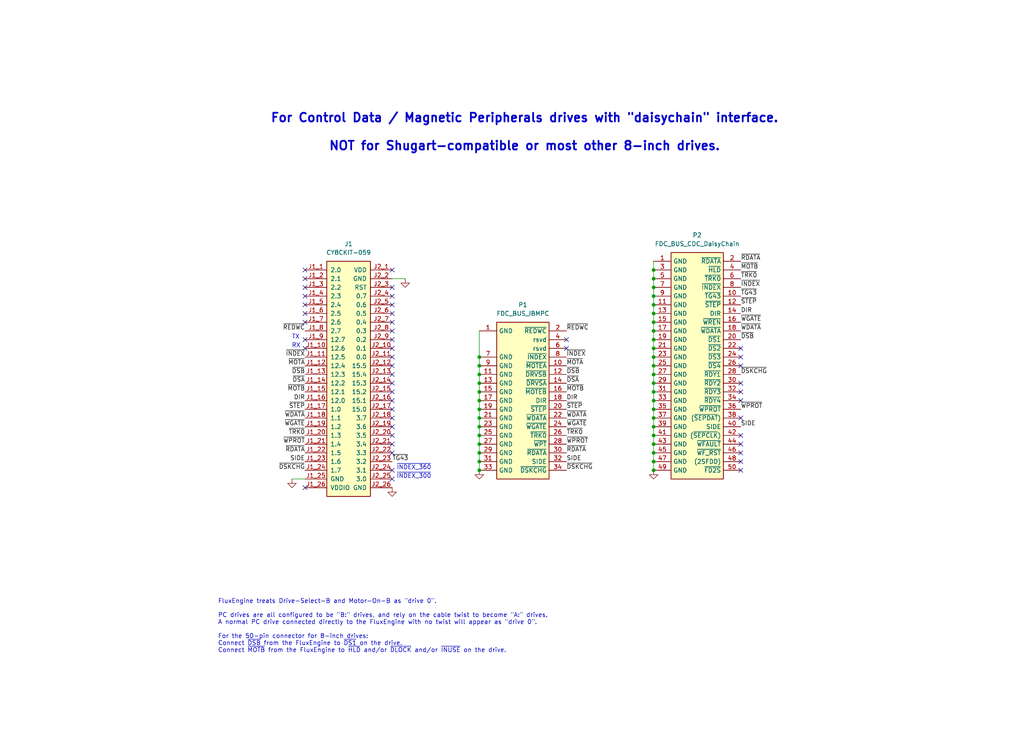
<source format=kicad_sch>
(kicad_sch (version 20231120) (generator "eeschema") (generator_version "8.0")
  (paper "User" 298.45 217.322)
  (title_block (title "FluxEngine_Hat for PC and CDC-daisychain") (date "2024-04-30") (rev "003") (company "Brian K. White - b.kenyon.w@gmail.com") (comment 1 "CC BY-SA") (comment 2 "github.com/bkw777/FluxEngine_Kit"))
  (lib_symbols
    (symbol "000_LOCAL:CY8CKIT-059" (pin_names (offset 1.016))
      (property "Reference" "J" (at 0 34.29 0))
      (property "Value" "CY8CKIT-059" (at 0 -37.084 0))
      (symbol "CY8CKIT-059_1_1"
        (rectangle (start -6.35 33.02) (end 6.35 -35.56) (stroke (width 0.254)) (fill (type background)))
        (pin passive line (at -12.7 30.48 0) (length 6.35) (name "2.0") (number "J1_1"))
        (pin passive line (at -12.7 7.62 0) (length 6.35) (name "12.6") (number "J1_10"))
        (pin passive line (at -12.7 5.08 0) (length 6.35) (name "12.5") (number "J1_11"))
        (pin passive line (at -12.7 2.54 0) (length 6.35) (name "12.4") (number "J1_12"))
        (pin passive line (at -12.7 0 0) (length 6.35) (name "12.3") (number "J1_13"))
        (pin passive line (at -12.7 -2.54 0) (length 6.35) (name "12.2") (number "J1_14"))
        (pin passive line (at -12.7 -5.08 0) (length 6.35) (name "12.1") (number "J1_15"))
        (pin passive line (at -12.7 -7.62 0) (length 6.35) (name "12.0") (number "J1_16"))
        (pin passive line (at -12.7 -10.16 0) (length 6.35) (name "1.0") (number "J1_17"))
        (pin passive line (at -12.7 -12.7 0) (length 6.35) (name "1.1") (number "J1_18"))
        (pin passive line (at -12.7 -15.24 0) (length 6.35) (name "1.2") (number "J1_19"))
        (pin passive line (at -12.7 27.94 0) (length 6.35) (name "2.1") (number "J1_2"))
        (pin passive line (at -12.7 -17.78 0) (length 6.35) (name "1.3") (number "J1_20"))
        (pin passive line (at -12.7 -20.32 0) (length 6.35) (name "1.4") (number "J1_21"))
        (pin passive line (at -12.7 -22.86 0) (length 6.35) (name "1.5") (number "J1_22"))
        (pin passive line (at -12.7 -25.4 0) (length 6.35) (name "1.6") (number "J1_23"))
        (pin passive line (at -12.7 -27.94 0) (length 6.35) (name "1.7") (number "J1_24"))
        (pin passive line (at -12.7 -30.48 0) (length 6.35) (name "GND") (number "J1_25"))
        (pin passive line (at -12.7 -33.02 0) (length 6.35) (name "VDDIO") (number "J1_26"))
        (pin passive line (at -12.7 25.4 0) (length 6.35) (name "2.2") (number "J1_3"))
        (pin passive line (at -12.7 22.86 0) (length 6.35) (name "2.3") (number "J1_4"))
        (pin passive line (at -12.7 20.32 0) (length 6.35) (name "2.4") (number "J1_5"))
        (pin passive line (at -12.7 17.78 0) (length 6.35) (name "2.5") (number "J1_6"))
        (pin passive line (at -12.7 15.24 0) (length 6.35) (name "2.6") (number "J1_7"))
        (pin passive line (at -12.7 12.7 0) (length 6.35) (name "2.7") (number "J1_8"))
        (pin passive line (at -12.7 10.16 0) (length 6.35) (name "12.7") (number "J1_9"))
        (pin passive line (at 12.7 30.48 180) (length 6.35) (name "VDD") (number "J2_1"))
        (pin passive line (at 12.7 7.62 180) (length 6.35) (name "0.1") (number "J2_10"))
        (pin passive line (at 12.7 5.08 180) (length 6.35) (name "0.0") (number "J2_11"))
        (pin passive line (at 12.7 2.54 180) (length 6.35) (name "15.5") (number "J2_12"))
        (pin passive line (at 12.7 0 180) (length 6.35) (name "15.4") (number "J2_13"))
        (pin passive line (at 12.7 -2.54 180) (length 6.35) (name "15.3") (number "J2_14"))
        (pin passive line (at 12.7 -5.08 180) (length 6.35) (name "15.2") (number "J2_15"))
        (pin passive line (at 12.7 -7.62 180) (length 6.35) (name "15.1") (number "J2_16"))
        (pin passive line (at 12.7 -10.16 180) (length 6.35) (name "15.0") (number "J2_17"))
        (pin passive line (at 12.7 -12.7 180) (length 6.35) (name "3.7") (number "J2_18"))
        (pin passive line (at 12.7 -15.24 180) (length 6.35) (name "3.6") (number "J2_19"))
        (pin passive line (at 12.7 27.94 180) (length 6.35) (name "GND") (number "J2_2"))
        (pin passive line (at 12.7 -17.78 180) (length 6.35) (name "3.5") (number "J2_20"))
        (pin passive line (at 12.7 -20.32 180) (length 6.35) (name "3.4") (number "J2_21"))
        (pin passive line (at 12.7 -22.86 180) (length 6.35) (name "3.3") (number "J2_22"))
        (pin passive line (at 12.7 -25.4 180) (length 6.35) (name "3.2") (number "J2_23"))
        (pin passive line (at 12.7 -27.94 180) (length 6.35) (name "3.1") (number "J2_24"))
        (pin passive line (at 12.7 -30.48 180) (length 6.35) (name "3.0") (number "J2_25"))
        (pin passive line (at 12.7 -33.02 180) (length 6.35) (name "GND") (number "J2_26"))
        (pin passive line (at 12.7 25.4 180) (length 6.35) (name "RST") (number "J2_3"))
        (pin passive line (at 12.7 22.86 180) (length 6.35) (name "0.7") (number "J2_4"))
        (pin passive line (at 12.7 20.32 180) (length 6.35) (name "0.6") (number "J2_5"))
        (pin passive line (at 12.7 17.78 180) (length 6.35) (name "0.5") (number "J2_6"))
        (pin passive line (at 12.7 15.24 180) (length 6.35) (name "0.4") (number "J2_7"))
        (pin passive line (at 12.7 12.7 180) (length 6.35) (name "0.3") (number "J2_8"))
        (pin passive line (at 12.7 10.16 180) (length 6.35) (name "0.2") (number "J2_9"))
      )
    )
    (symbol "000_LOCAL:FDC_BUS_CDC_DaisyChain" (pin_names (offset 0.635))
      (property "Reference" "J" (at 0 31.75 0))
      (property "Value" "FDC_BUS_CDC_DaisyChain" (at 0 -37.084 0))
      (symbol "FDC_BUS_CDC_DaisyChain_1_1"
        (rectangle (start -7.62 30.48) (end 7.62 -35.56) (stroke (width 0.254)) (fill (type background)))
        (pin passive line (at -12.7 27.94 0) (length 5.08) (name "GND") (number "1"))
        (pin passive line (at 12.7 17.78 180) (length 5.08) (name "~{TG43}") (number "10"))
        (pin passive line (at -12.7 15.24 0) (length 5.08) (name "GND") (number "11"))
        (pin passive line (at 12.7 15.24 180) (length 5.08) (name "~{STEP}") (number "12"))
        (pin passive line (at -12.7 12.7 0) (length 5.08) (name "GND") (number "13"))
        (pin passive line (at 12.7 12.7 180) (length 5.08) (name "DIR") (number "14"))
        (pin passive line (at -12.7 10.16 0) (length 5.08) (name "GND") (number "15"))
        (pin passive line (at 12.7 10.16 180) (length 5.08) (name "~{WREN}") (number "16"))
        (pin passive line (at -12.7 7.62 0) (length 5.08) (name "GND") (number "17"))
        (pin passive line (at 12.7 7.62 180) (length 5.08) (name "~{WDATA}") (number "18"))
        (pin passive line (at -12.7 5.08 0) (length 5.08) (name "GND") (number "19"))
        (pin passive line (at 12.7 27.94 180) (length 5.08) (name "~{RDATA}") (number "2"))
        (pin passive line (at 12.7 5.08 180) (length 5.08) (name "~{DS1}") (number "20"))
        (pin passive line (at -12.7 2.54 0) (length 5.08) (name "GND") (number "21"))
        (pin passive line (at 12.7 2.54 180) (length 5.08) (name "~{DS2}") (number "22"))
        (pin passive line (at -12.7 0 0) (length 5.08) (name "GND") (number "23"))
        (pin passive line (at 12.7 0 180) (length 5.08) (name "~{DS3}") (number "24"))
        (pin passive line (at -12.7 -2.54 0) (length 5.08) (name "GND") (number "25"))
        (pin passive line (at 12.7 -2.54 180) (length 5.08) (name "~{DS4}") (number "26"))
        (pin passive line (at -12.7 -5.08 0) (length 5.08) (name "GND") (number "27"))
        (pin passive line (at 12.7 -5.08 180) (length 5.08) (name "~{RDY1}") (number "28"))
        (pin passive line (at -12.7 -7.62 0) (length 5.08) (name "GND") (number "29"))
        (pin passive line (at -12.7 25.4 0) (length 5.08) (name "GND") (number "3"))
        (pin passive line (at 12.7 -7.62 180) (length 5.08) (name "~{RDY2}") (number "30"))
        (pin passive line (at -12.7 -10.16 0) (length 5.08) (name "GND") (number "31"))
        (pin passive line (at 12.7 -10.16 180) (length 5.08) (name "~{RDY3}") (number "32"))
        (pin passive line (at -12.7 -12.7 0) (length 5.08) (name "GND") (number "33"))
        (pin passive line (at 12.7 -12.7 180) (length 5.08) (name "~{RDY4}") (number "34"))
        (pin passive line (at -12.7 -15.24 0) (length 5.08) (name "GND") (number "35"))
        (pin passive line (at 12.7 -15.24 180) (length 5.08) (name "~{WPROT}") (number "36"))
        (pin passive line (at -12.7 -17.78 0) (length 5.08) (name "GND") (number "37"))
        (pin passive line (at 12.7 -17.78 180) (length 5.08) (name "(~{SEPDAT})") (number "38"))
        (pin passive line (at -12.7 -20.32 0) (length 5.08) (name "GND") (number "39"))
        (pin passive line (at 12.7 25.4 180) (length 5.08) (name "~{HLD}") (number "4"))
        (pin passive line (at 12.7 -20.32 180) (length 5.08) (name "SIDE") (number "40"))
        (pin passive line (at -12.7 -22.86 0) (length 5.08) (name "GND") (number "41"))
        (pin passive line (at 12.7 -22.86 180) (length 5.08) (name "(~{SEPCLK})") (number "42"))
        (pin passive line (at -12.7 -25.4 0) (length 5.08) (name "GND") (number "43"))
        (pin passive line (at 12.7 -25.4 180) (length 5.08) (name "~{WFAULT}") (number "44"))
        (pin passive line (at -12.7 -27.94 0) (length 5.08) (name "GND") (number "45"))
        (pin passive line (at 12.7 -27.94 180) (length 5.08) (name "~{WF_RST}") (number "46"))
        (pin passive line (at -12.7 -30.48 0) (length 5.08) (name "GND") (number "47"))
        (pin passive line (at 12.7 -30.48 180) (length 5.08) (name "(2SFDD)") (number "48"))
        (pin passive line (at -12.7 -33.02 0) (length 5.08) (name "GND") (number "49"))
        (pin passive line (at -12.7 22.86 0) (length 5.08) (name "GND") (number "5"))
        (pin passive line (at 12.7 -33.02 180) (length 5.08) (name "~{FD2S}") (number "50"))
        (pin passive line (at 12.7 22.86 180) (length 5.08) (name "~{TRK0}") (number "6"))
        (pin passive line (at -12.7 20.32 0) (length 5.08) (name "GND") (number "7"))
        (pin passive line (at 12.7 20.32 180) (length 5.08) (name "~{INDEX}") (number "8"))
        (pin passive line (at -12.7 17.78 0) (length 5.08) (name "GND") (number "9"))
      )
    )
    (symbol "000_LOCAL:FDC_BUS_IBMPC" (pin_names (offset 0.635))
      (property "Reference" "J" (at 0 24.13 0))
      (property "Value" "FDC_BUS_IBMPC" (at 0 -24.13 0))
      (symbol "FDC_BUS_IBMPC_1_1"
        (rectangle (start -7.62 22.86) (end 7.62 -22.86) (stroke (width 0.254)) (fill (type background)))
        (pin passive line (at -12.7 20.32 0) (length 5.08) (name "GND") (number "1"))
        (pin passive line (at 12.7 10.16 180) (length 5.08) (name "~{MOTEA}") (number "10"))
        (pin passive line (at -12.7 7.62 0) (length 5.08) (name "GND") (number "11"))
        (pin passive line (at 12.7 7.62 180) (length 5.08) (name "~{DRVSB}") (number "12"))
        (pin passive line (at -12.7 5.08 0) (length 5.08) (name "GND") (number "13"))
        (pin passive line (at 12.7 5.08 180) (length 5.08) (name "~{DRVSA}") (number "14"))
        (pin passive line (at -12.7 2.54 0) (length 5.08) (name "GND") (number "15"))
        (pin passive line (at 12.7 2.54 180) (length 5.08) (name "~{MOTEB}") (number "16"))
        (pin passive line (at -12.7 0 0) (length 5.08) (name "GND") (number "17"))
        (pin passive line (at 12.7 0 180) (length 5.08) (name "DIR") (number "18"))
        (pin passive line (at -12.7 -2.54 0) (length 5.08) (name "GND") (number "19"))
        (pin passive line (at 12.7 20.32 180) (length 5.08) (name "~{REDWC}") (number "2"))
        (pin passive line (at 12.7 -2.54 180) (length 5.08) (name "~{STEP}") (number "20"))
        (pin passive line (at -12.7 -5.08 0) (length 5.08) (name "GND") (number "21"))
        (pin passive line (at 12.7 -5.08 180) (length 5.08) (name "~{WDATA}") (number "22"))
        (pin passive line (at -12.7 -7.62 0) (length 5.08) (name "GND") (number "23"))
        (pin passive line (at 12.7 -7.62 180) (length 5.08) (name "~{WGATE}") (number "24"))
        (pin passive line (at -12.7 -10.16 0) (length 5.08) (name "GND") (number "25"))
        (pin passive line (at 12.7 -10.16 180) (length 5.08) (name "~{TRK0}") (number "26"))
        (pin passive line (at -12.7 -12.7 0) (length 5.08) (name "GND") (number "27"))
        (pin passive line (at 12.7 -12.7 180) (length 5.08) (name "~{WPT}") (number "28"))
        (pin passive line (at -12.7 -15.24 0) (length 5.08) (name "GND") (number "29"))
        (pin passive line (at 12.7 -15.24 180) (length 5.08) (name "~{RDATA}") (number "30"))
        (pin passive line (at -12.7 -17.78 0) (length 5.08) (name "GND") (number "31"))
        (pin passive line (at 12.7 -17.78 180) (length 5.08) (name "SIDE") (number "32"))
        (pin passive line (at -12.7 -20.32 0) (length 5.08) (name "GND") (number "33"))
        (pin passive line (at 12.7 -20.32 180) (length 5.08) (name "~{DSKCHG}") (number "34"))
        (pin passive line (at 12.7 17.78 180) (length 5.08) (name "rsvd") (number "4"))
        (pin passive line (at 12.7 15.24 180) (length 5.08) (name "rsvd") (number "6"))
        (pin passive line (at -12.7 12.7 0) (length 5.08) (name "GND") (number "7"))
        (pin passive line (at 12.7 12.7 180) (length 5.08) (name "~{INDEX}") (number "8"))
        (pin passive line (at -12.7 10.16 0) (length 5.08) (name "GND") (number "9"))
      )
    )
    (symbol "power:GND" (power) (pin_numbers hide) (pin_names (offset 0) hide)
      (property "Value" "GND" (at 0 -3.81 0))
      (symbol "GND_0_1"
        (polyline (pts (xy 0 0) (xy 0 -1.27) (xy 1.27 -1.27) (xy 0 -2.54) (xy -1.27 -1.27) (xy 0 -1.27)))
      )
      (symbol "GND_1_1"
        (pin power_in line (at 0 0 270) (length 0) (name "~") (number "1"))
      )
    )
  )
  (junction (at 190.5 86.36))
  (junction (at 190.5 83.82))
  (junction (at 190.5 91.44))
  (junction (at 139.7 114.3))
  (junction (at 190.5 137.16))
  (junction (at 190.5 114.3))
  (junction (at 190.5 88.9))
  (junction (at 190.5 121.92))
  (junction (at 139.7 109.22))
  (junction (at 190.5 111.76))
  (junction (at 190.5 124.46))
  (junction (at 190.5 134.62))
  (junction (at 190.5 127))
  (junction (at 190.5 106.68))
  (junction (at 190.5 119.38))
  (junction (at 139.7 132.08))
  (junction (at 190.5 104.14))
  (junction (at 190.5 101.6))
  (junction (at 190.5 109.22))
  (junction (at 139.7 127))
  (junction (at 139.7 129.54))
  (junction (at 139.7 116.84))
  (junction (at 139.7 124.46))
  (junction (at 139.7 137.16))
  (junction (at 139.7 119.38))
  (junction (at 190.5 99.06))
  (junction (at 190.5 78.74))
  (junction (at 190.5 129.54))
  (junction (at 139.7 106.68))
  (junction (at 139.7 104.14))
  (junction (at 190.5 96.52))
  (junction (at 190.5 132.08))
  (junction (at 139.7 111.76))
  (junction (at 190.5 116.84))
  (junction (at 190.5 81.28))
  (junction (at 190.5 93.98))
  (junction (at 139.7 121.92))
  (junction (at 139.7 134.62))
  (no_connect (at 88.9 86.36))
  (no_connect (at 215.9 129.54))
  (no_connect (at 88.9 93.98))
  (no_connect (at 215.9 127))
  (no_connect (at 88.9 91.44))
  (no_connect (at 88.9 99.06))
  (no_connect (at 88.9 83.82))
  (no_connect (at 215.9 134.62))
  (no_connect (at 88.9 101.6))
  (no_connect (at 114.3 139.7))
  (no_connect (at 215.9 116.84))
  (no_connect (at 88.9 78.74))
  (no_connect (at 215.9 104.14))
  (no_connect (at 114.3 83.82))
  (no_connect (at 215.9 111.76))
  (no_connect (at 114.3 121.92))
  (no_connect (at 114.3 101.6))
  (no_connect (at 114.3 137.16))
  (no_connect (at 114.3 78.74))
  (no_connect (at 114.3 124.46))
  (no_connect (at 114.3 99.06))
  (no_connect (at 114.3 86.36))
  (no_connect (at 114.3 109.22))
  (no_connect (at 215.9 121.92))
  (no_connect (at 88.9 142.24))
  (no_connect (at 215.9 101.6))
  (no_connect (at 215.9 132.08))
  (no_connect (at 114.3 116.84))
  (no_connect (at 114.3 127))
  (no_connect (at 114.3 88.9))
  (no_connect (at 114.3 96.52))
  (no_connect (at 114.3 91.44))
  (no_connect (at 215.9 137.16))
  (no_connect (at 114.3 132.08))
  (no_connect (at 215.9 114.3))
  (no_connect (at 114.3 93.98))
  (no_connect (at 114.3 119.38))
  (no_connect (at 114.3 111.76))
  (no_connect (at 88.9 81.28))
  (no_connect (at 114.3 114.3))
  (no_connect (at 215.9 106.68))
  (no_connect (at 114.3 129.54))
  (no_connect (at 114.3 106.68))
  (no_connect (at 88.9 88.9))
  (no_connect (at 165.1 99.06))
  (no_connect (at 165.1 101.6))
  (no_connect (at 114.3 104.14))
  (wire (pts (xy 139.7 96.52) (xy 139.7 104.14)))
  (wire (pts (xy 190.5 91.44) (xy 190.5 93.98)))
  (wire (pts (xy 114.3 81.28) (xy 118.11 81.28)))
  (wire (pts (xy 139.7 114.3) (xy 139.7 116.84)))
  (wire (pts (xy 190.5 101.6) (xy 190.5 104.14)))
  (wire (pts (xy 190.5 88.9) (xy 190.5 91.44)))
  (wire (pts (xy 190.5 106.68) (xy 190.5 109.22)))
  (wire (pts (xy 190.5 86.36) (xy 190.5 88.9)))
  (wire (pts (xy 88.9 139.7) (xy 85.09 139.7)))
  (wire (pts (xy 139.7 116.84) (xy 139.7 119.38)))
  (wire (pts (xy 139.7 104.14) (xy 139.7 106.68)))
  (wire (pts (xy 190.5 129.54) (xy 190.5 132.08)))
  (wire (pts (xy 190.5 109.22) (xy 190.5 111.76)))
  (wire (pts (xy 139.7 106.68) (xy 139.7 109.22)))
  (wire (pts (xy 139.7 134.62) (xy 139.7 137.16)))
  (wire (pts (xy 139.7 121.92) (xy 139.7 124.46)))
  (wire (pts (xy 139.7 119.38) (xy 139.7 121.92)))
  (wire (pts (xy 190.5 114.3) (xy 190.5 116.84)))
  (wire (pts (xy 139.7 129.54) (xy 139.7 132.08)))
  (wire (pts (xy 190.5 96.52) (xy 190.5 99.06)))
  (wire (pts (xy 190.5 127) (xy 190.5 129.54)))
  (wire (pts (xy 190.5 124.46) (xy 190.5 127)))
  (wire (pts (xy 190.5 134.62) (xy 190.5 137.16)))
  (wire (pts (xy 139.7 109.22) (xy 139.7 111.76)))
  (wire (pts (xy 190.5 121.92) (xy 190.5 124.46)))
  (wire (pts (xy 190.5 119.38) (xy 190.5 121.92)))
  (wire (pts (xy 190.5 76.2) (xy 190.5 78.74)))
  (wire (pts (xy 139.7 127) (xy 139.7 129.54)))
  (wire (pts (xy 139.7 132.08) (xy 139.7 134.62)))
  (wire (pts (xy 190.5 116.84) (xy 190.5 119.38)))
  (wire (pts (xy 190.5 132.08) (xy 190.5 134.62)))
  (wire (pts (xy 190.5 93.98) (xy 190.5 96.52)))
  (wire (pts (xy 190.5 81.28) (xy 190.5 83.82)))
  (wire (pts (xy 190.5 99.06) (xy 190.5 101.6)))
  (wire (pts (xy 190.5 104.14) (xy 190.5 106.68)))
  (wire (pts (xy 139.7 124.46) (xy 139.7 127)))
  (wire (pts (xy 190.5 78.74) (xy 190.5 81.28)))
  (wire (pts (xy 190.5 111.76) (xy 190.5 114.3)))
  (wire (pts (xy 190.5 83.82) (xy 190.5 86.36)))
  (wire (pts (xy 139.7 111.76) (xy 139.7 114.3)))
  (text "~{INDEX_300}" (at 115.57 139.7 0) (effects (font (size 1.2446 1.2446)) (justify left bottom)))
  (text "TX" (at 87.376 99.06 0) (effects (font (size 1.2446 1.2446)) (justify right bottom)))
  (text "RX" (at 87.63 101.6 0) (effects (font (size 1.2446 1.2446)) (justify right bottom)))
  (text "~{INDEX_360}" (at 115.57 137.16 0) (effects (font (size 1.2446 1.2446)) (justify left bottom)))
  (text "For Control Data / Magnetic Peripherals drives with \"daisychain\" interface.\n\nNOT for Shugart-compatible or most other 8-inch drives.\n" (at 152.908 38.608 0) (effects (font (size 2.54 2.54) (thickness 0.508) (bold yes))))
  (text "FluxEngine treats Drive-Select-B and Motor-On-B as \"drive 0\".\n\nPC drives are all configured to be \"B:\" drives, and rely on the cable twist to become \"A:\" drives.\nA normal PC drive connected directly to the FluxEngine with no twist will appear as \"drive 0\".\n\nFor the 50-pin connector for 8-inch drives:\nConnect ~{DSB} from the FluxEngine to ~{DS1} on the drive.\nConnect ~{MOTB} from the FluxEngine to ~{HLD} and/or ~{DLOCK} and/or ~{INUSE} on the drive.\n" (at 63.5 190.5 0) (effects (font (size 1.27 1.27)) (justify left bottom)))
  (label "~{WDATA}" (at 165.1 121.92 0) (effects (font (size 1.2446 1.2446))))
  (label "~{WDATA}" (at 215.9 96.52 0) (effects (font (size 1.2446 1.2446))))
  (label "~{REDWC}" (at 88.9 96.52 180) (effects (font (size 1.2446 1.2446))))
  (label "~{MOTA}" (at 165.1 106.68 0) (effects (font (size 1.2446 1.2446))))
  (label "~{DSKCHG}" (at 215.9 109.22 0) (effects (font (size 1.2446 1.2446))))
  (label "~{DSA}" (at 88.9 111.76 180) (effects (font (size 1.2446 1.2446))))
  (label "~{MOTB}" (at 215.9 78.74 0) (effects (font (size 1.2446 1.2446))))
  (label "~{TG43}" (at 215.9 86.36 0) (effects (font (size 1.2446 1.2446))))
  (label "~{WPROT}" (at 165.1 129.54 0) (effects (font (size 1.2446 1.2446))))
  (label "~{WGATE}" (at 165.1 124.46 0) (effects (font (size 1.2446 1.2446))))
  (label "~{WPROT}" (at 88.9 129.54 180) (effects (font (size 1.2446 1.2446))))
  (label "~{MOTA}" (at 88.9 106.68 180) (effects (font (size 1.2446 1.2446))))
  (label "~{REDWC}" (at 165.1 96.52 0) (effects (font (size 1.2446 1.2446))))
  (label "SIDE" (at 165.1 134.62 0) (effects (font (size 1.2446 1.2446))))
  (label "~{WDATA}" (at 88.9 121.92 180) (effects (font (size 1.2446 1.2446))))
  (label "~{TRK0}" (at 165.1 127 0) (effects (font (size 1.2446 1.2446))))
  (label "~{WPROT}" (at 215.9 119.38 0) (effects (font (size 1.2446 1.2446))))
  (label "~{RDATA}" (at 165.1 132.08 0) (effects (font (size 1.2446 1.2446))))
  (label "~{WGATE}" (at 215.9 93.98 0) (effects (font (size 1.2446 1.2446))))
  (label "~{INDEX}" (at 215.9 83.82 0) (effects (font (size 1.2446 1.2446))))
  (label "~{STEP}" (at 165.1 119.38 0) (effects (font (size 1.2446 1.2446))))
  (label "~{TRK0}" (at 215.9 81.28 0) (effects (font (size 1.2446 1.2446))))
  (label "~{DSKCHG}" (at 88.9 137.16 180) (effects (font (size 1.2446 1.2446))))
  (label "~{STEP}" (at 88.9 119.38 180) (effects (font (size 1.2446 1.2446))))
  (label "SIDE" (at 88.9 134.62 180) (effects (font (size 1.2446 1.2446))))
  (label "~{DSKCHG}" (at 165.1 137.16 0) (effects (font (size 1.2446 1.2446))))
  (label "~{TRK0}" (at 88.9 127 180) (effects (font (size 1.2446 1.2446))))
  (label "~{RDATA}" (at 215.9 76.2 0) (effects (font (size 1.2446 1.2446))))
  (label "~{STEP}" (at 215.9 88.9 0) (effects (font (size 1.2446 1.2446))))
  (label "SIDE" (at 215.9 124.46 0) (effects (font (size 1.2446 1.2446))))
  (label "~{DSB}" (at 165.1 109.22 0) (effects (font (size 1.2446 1.2446))))
  (label "~{DSA}" (at 165.1 111.76 0) (effects (font (size 1.2446 1.2446))))
  (label "~{INDEX}" (at 165.1 104.14 0) (effects (font (size 1.2446 1.2446))))
  (label "DIR" (at 88.9 116.84 180) (effects (font (size 1.2446 1.2446))))
  (label "~{MOTB}" (at 88.9 114.3 180) (effects (font (size 1.2446 1.2446))))
  (label "~{WGATE}" (at 88.9 124.46 180) (effects (font (size 1.2446 1.2446))))
  (label "~{DSB}" (at 215.9 99.06 0) (effects (font (size 1.2446 1.2446))))
  (label "~{TG43}" (at 114.3 134.62 0) (effects (font (size 1.2446 1.2446))))
  (label "~{RDATA}" (at 88.9 132.08 180) (effects (font (size 1.2446 1.2446))))
  (label "DIR" (at 165.1 116.84 0) (effects (font (size 1.2446 1.2446))))
  (label "~{DSB}" (at 88.9 109.22 180) (effects (font (size 1.2446 1.2446))))
  (label "DIR" (at 215.9 91.44 0) (effects (font (size 1.2446 1.2446))))
  (label "~{INDEX}" (at 88.9 104.14 180) (effects (font (size 1.2446 1.2446))))
  (label "~{MOTB}" (at 165.1 114.3 0) (effects (font (size 1.2446 1.2446))))
  (symbol (lib_id "power:GND") (at 114.3 142.24 0) (unit 1)
    (property "Reference" "#PWR06" (effects (hide yes)))
    (property "Value" "GND" (effects (hide yes)))
    (property "Description" "Power symbol creates a global label with name \"GND\" , ground" (effects (hide yes)))
  )
  (symbol (lib_id "000_LOCAL:CY8CKIT-059") (at 101.6 109.22 0) (unit 1)
    (property "Reference" "J1" (at 101.6 71.12 0))
    (property "Value" "CY8CKIT-059" (at 101.6 73.66 0))
    (property "Footprint" "000_LOCAL:CY8CKIT-059 dry fit" (effects (hide yes)))
    (property "Datasheet" "datasheets/CY8CKIT-059.pdf" (effects (hide yes)))
    (property "Description" "Infineon Cypress CY8CKIT-059 Arm & CPLD eval board " (effects (hide yes)))
  )
  (symbol (lib_id "000_LOCAL:FDC_BUS_CDC_DaisyChain") (at 203.2 104.14 0) (unit 1)
    (property "Reference" "P2" (at 203.2 68.58 0))
    (property "Value" "FDC_BUS_CDC_DaisyChain" (at 203.2 71.12 0))
    (property "Footprint" "000_LOCAL:IDC-Header_2x25_P2.54mm_Latch_Vertical" (effects (hide yes)))
    (property "Datasheet" "datasheets/CDC_FDD_pinouts.png" (effects (hide yes)))
    (property "Description" "Control Data / Magnetic Peripherals fdc bus, \"Daisy Chain\" interface" (effects (hide yes)))
  )
  (symbol (lib_id "power:GND") (at 118.11 81.28 0) (mirror y) (unit 1)
    (property "Reference" "#PWR08" (effects (hide yes)))
    (property "Value" "GND" (effects (hide yes)))
    (property "Description" "Power symbol creates a global label with name \"GND\" , ground" (effects (hide yes)))
  )
  (symbol (lib_id "000_LOCAL:FDC_BUS_IBMPC") (at 152.4 116.84 0) (unit 1)
    (property "Reference" "P1" (at 152.4 88.9 0))
    (property "Value" "FDC_BUS_IBMPC" (at 152.4 91.44 0))
    (property "Footprint" "000_LOCAL:IDC-Header_2x17_P2.54mm_Latch_Vertical - FDD" (effects (hide yes)))
    (property "Datasheet" "datasheets/fdd-bus-interface-34p_5.25inch.png" (effects (hide yes)))
    (property "Description" "34-pin IBM PC floppy drive interface, host-side, pins 3 & 5 removed" (effects (hide yes)))
  )
  (symbol (lib_id "power:GND") (at 139.7 137.16 0) (unit 1)
    (property "Reference" "#PWR07" (effects (hide yes)))
    (property "Value" "GND" (effects (hide yes)))
    (property "Description" "Power symbol creates a global label with name \"GND\" , ground" (effects (hide yes)))
  )
  (symbol (lib_id "power:GND") (at 190.5 137.16 0) (unit 1)
    (property "Reference" "#PWR02" (effects (hide yes)))
    (property "Value" "GND" (effects (hide yes)))
    (property "Description" "Power symbol creates a global label with name \"GND\" , ground" (effects (hide yes)))
  )
  (symbol (lib_id "power:GND") (at 85.09 139.7 0) (mirror y) (unit 1)
    (property "Reference" "#PWR04" (effects (hide yes)))
    (property "Value" "GND" (effects (hide yes)))
    (property "Description" "Power symbol creates a global label with name \"GND\" , ground" (effects (hide yes)))
  )
)
</source>
